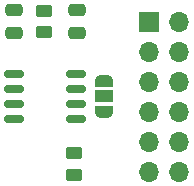
<source format=gbr>
%TF.GenerationSoftware,KiCad,Pcbnew,7.0.10*%
%TF.CreationDate,2024-01-17T20:38:39+01:00*%
%TF.ProjectId,C1101_868,43313130-315f-4383-9638-2e6b69636164,rev?*%
%TF.SameCoordinates,Original*%
%TF.FileFunction,Soldermask,Bot*%
%TF.FilePolarity,Negative*%
%FSLAX46Y46*%
G04 Gerber Fmt 4.6, Leading zero omitted, Abs format (unit mm)*
G04 Created by KiCad (PCBNEW 7.0.10) date 2024-01-17 20:38:39*
%MOMM*%
%LPD*%
G01*
G04 APERTURE LIST*
G04 Aperture macros list*
%AMRoundRect*
0 Rectangle with rounded corners*
0 $1 Rounding radius*
0 $2 $3 $4 $5 $6 $7 $8 $9 X,Y pos of 4 corners*
0 Add a 4 corners polygon primitive as box body*
4,1,4,$2,$3,$4,$5,$6,$7,$8,$9,$2,$3,0*
0 Add four circle primitives for the rounded corners*
1,1,$1+$1,$2,$3*
1,1,$1+$1,$4,$5*
1,1,$1+$1,$6,$7*
1,1,$1+$1,$8,$9*
0 Add four rect primitives between the rounded corners*
20,1,$1+$1,$2,$3,$4,$5,0*
20,1,$1+$1,$4,$5,$6,$7,0*
20,1,$1+$1,$6,$7,$8,$9,0*
20,1,$1+$1,$8,$9,$2,$3,0*%
%AMFreePoly0*
4,1,19,0.000000,0.744911,0.071157,0.744911,0.207708,0.704816,0.327430,0.627875,0.420627,0.520320,0.479746,0.390866,0.500000,0.250000,0.500000,-0.250000,0.479746,-0.390866,0.420627,-0.520320,0.327430,-0.627875,0.207708,-0.704816,0.071157,-0.744911,0.000000,-0.744911,0.000000,-0.750000,-0.550000,-0.750000,-0.550000,0.750000,0.000000,0.750000,0.000000,0.744911,0.000000,0.744911,
$1*%
%AMFreePoly1*
4,1,19,0.550000,-0.750000,0.000000,-0.750000,0.000000,-0.744911,-0.071157,-0.744911,-0.207708,-0.704816,-0.327430,-0.627875,-0.420627,-0.520320,-0.479746,-0.390866,-0.500000,-0.250000,-0.500000,0.250000,-0.479746,0.390866,-0.420627,0.520320,-0.327430,0.627875,-0.207708,0.704816,-0.071157,0.744911,0.000000,0.744911,0.000000,0.750000,0.550000,0.750000,0.550000,-0.750000,0.550000,-0.750000,
$1*%
G04 Aperture macros list end*
%ADD10O,1.700000X1.700000*%
%ADD11R,1.700000X1.700000*%
%ADD12FreePoly0,270.000000*%
%ADD13R,1.500000X1.000000*%
%ADD14FreePoly1,270.000000*%
%ADD15RoundRect,0.250000X-0.475000X0.250000X-0.475000X-0.250000X0.475000X-0.250000X0.475000X0.250000X0*%
%ADD16RoundRect,0.250000X-0.450000X0.262500X-0.450000X-0.262500X0.450000X-0.262500X0.450000X0.262500X0*%
%ADD17RoundRect,0.250000X0.475000X-0.250000X0.475000X0.250000X-0.475000X0.250000X-0.475000X-0.250000X0*%
%ADD18RoundRect,0.150000X0.675000X0.150000X-0.675000X0.150000X-0.675000X-0.150000X0.675000X-0.150000X0*%
G04 APERTURE END LIST*
D10*
%TO.C,J1*%
X152400000Y-55880000D03*
X149860000Y-55880000D03*
X152400000Y-53340000D03*
X149860000Y-53340000D03*
X152400000Y-50800000D03*
X149860000Y-50800000D03*
X152400000Y-48260000D03*
X149860000Y-48260000D03*
X152400000Y-45720000D03*
X149860000Y-45720000D03*
X152400000Y-43180000D03*
D11*
X149860000Y-43180000D03*
%TD*%
D12*
%TO.C,JP1*%
X146050000Y-50800000D03*
D13*
X146050000Y-49500000D03*
D14*
X146050000Y-48200000D03*
%TD*%
D15*
%TO.C,C1*%
X143764000Y-44130000D03*
X143764000Y-42230000D03*
%TD*%
D16*
%TO.C,R2*%
X143510000Y-56157500D03*
X143510000Y-54332500D03*
%TD*%
%TO.C,R1*%
X140970000Y-44092500D03*
X140970000Y-42267500D03*
%TD*%
D17*
%TO.C,C2*%
X138430000Y-42230000D03*
X138430000Y-44130000D03*
%TD*%
D18*
%TO.C,U2*%
X138430000Y-47625000D03*
X138430000Y-48895000D03*
X138430000Y-50165000D03*
X138430000Y-51435000D03*
X143680000Y-51435000D03*
X143680000Y-50165000D03*
X143680000Y-48895000D03*
X143680000Y-47625000D03*
%TD*%
M02*

</source>
